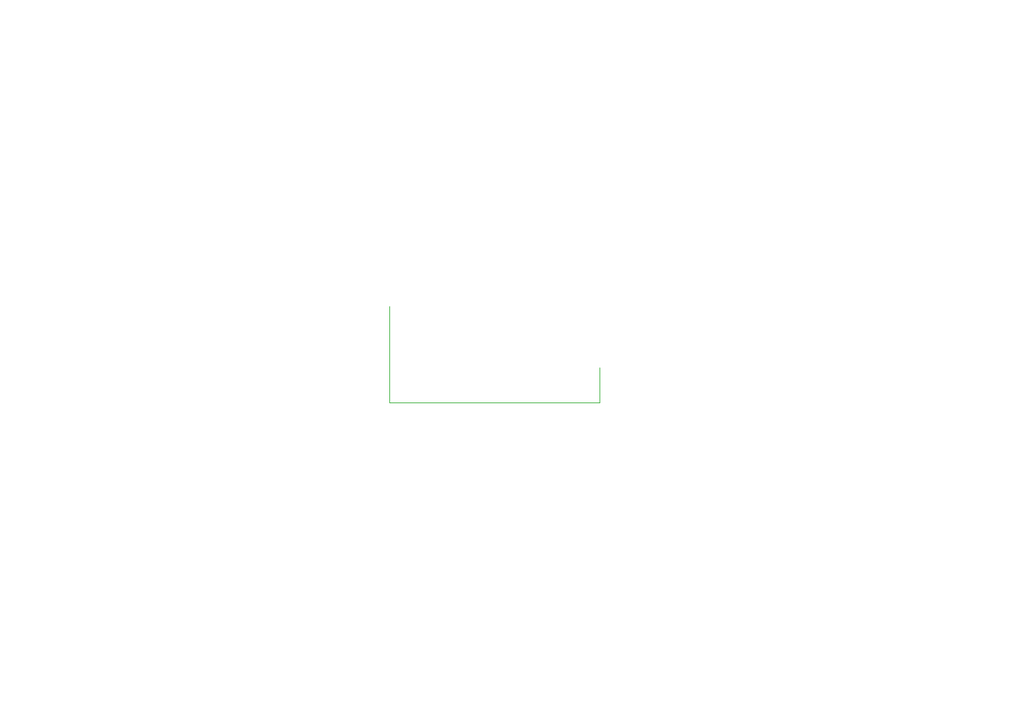
<source format=kicad_sch>
(kicad_sch (version 20211123) (generator eeschema)
  (paper "A4")
  (lib_symbols)
  (wire (pts (xy 113.03 88.9) (xy 113.03 116.84)))
  (wire (pts (xy 173.99 106.68) (xy 173.99 116.84)))
  (wire (pts (xy 113.03 116.84) (xy 173.99 116.84)))
)
</source>
